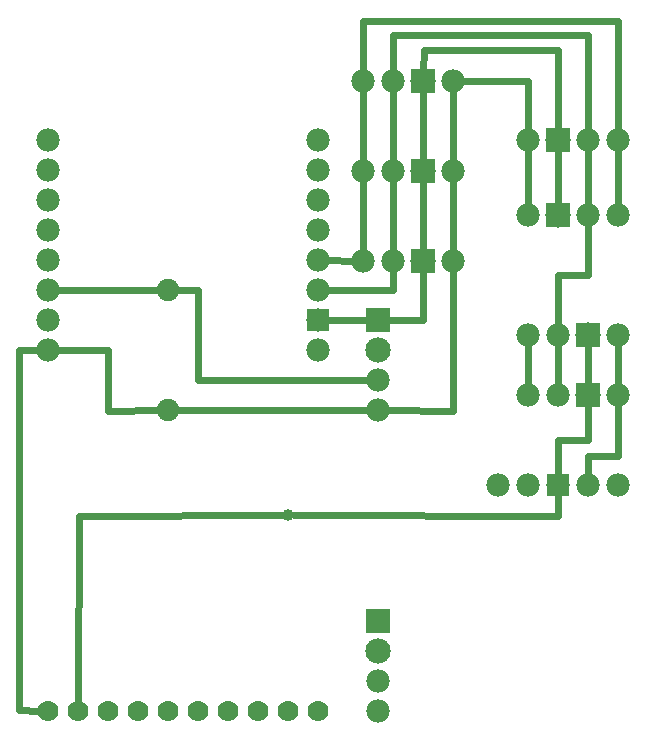
<source format=gbl>
G04 MADE WITH FRITZING*
G04 WWW.FRITZING.ORG*
G04 DOUBLE SIDED*
G04 HOLES PLATED*
G04 CONTOUR ON CENTER OF CONTOUR VECTOR*
%ASAXBY*%
%FSLAX23Y23*%
%MOIN*%
%OFA0B0*%
%SFA1.0B1.0*%
%ADD10C,0.070000*%
%ADD11C,0.078000*%
%ADD12C,0.084141*%
%ADD13C,0.075000*%
%ADD14C,0.077778*%
%ADD15C,0.039370*%
%ADD16R,0.083333X0.083333*%
%ADD17R,0.084375X0.084375*%
%ADD18R,0.077778X0.077778*%
%ADD19R,0.078000X0.078000*%
%ADD20C,0.024000*%
%LNCOPPER0*%
G90*
G70*
G54D10*
X1256Y146D03*
X1156Y146D03*
X1056Y146D03*
X956Y146D03*
X856Y146D03*
X756Y146D03*
X656Y146D03*
X556Y146D03*
X456Y146D03*
X356Y146D03*
G54D11*
X1456Y446D03*
G54D12*
X1456Y346D03*
G54D11*
X1456Y246D03*
X1456Y146D03*
G54D13*
X756Y1547D03*
X756Y1147D03*
G54D11*
X1956Y1797D03*
G54D12*
X2056Y1797D03*
G54D11*
X2156Y1797D03*
X2256Y1797D03*
X1956Y2047D03*
G54D12*
X2056Y2047D03*
G54D11*
X2156Y2047D03*
X2256Y2047D03*
X2256Y1397D03*
G54D12*
X2156Y1397D03*
G54D11*
X2056Y1397D03*
X1956Y1397D03*
X1706Y1946D03*
G54D12*
X1606Y1946D03*
G54D11*
X1506Y1946D03*
X1406Y1946D03*
X1706Y1646D03*
G54D12*
X1606Y1646D03*
G54D11*
X1506Y1646D03*
X1406Y1646D03*
X1706Y2246D03*
G54D12*
X1606Y2246D03*
G54D11*
X1506Y2246D03*
X1406Y2246D03*
X2256Y1197D03*
G54D12*
X2156Y1197D03*
G54D11*
X2056Y1197D03*
X1956Y1197D03*
X1456Y1447D03*
G54D12*
X1456Y1347D03*
G54D11*
X1456Y1247D03*
X1456Y1147D03*
G54D14*
X356Y2047D03*
X356Y1947D03*
X356Y1847D03*
X356Y1747D03*
X356Y1647D03*
X356Y1547D03*
X356Y1447D03*
X356Y1347D03*
X1256Y1347D03*
X1256Y1447D03*
X1256Y1547D03*
X1256Y1647D03*
X1256Y1747D03*
X1256Y1847D03*
X1256Y1947D03*
X1256Y2047D03*
G54D11*
X2256Y897D03*
X2156Y897D03*
X2056Y897D03*
X1956Y897D03*
X1856Y897D03*
G54D15*
X1156Y797D03*
G54D16*
X1456Y446D03*
G54D17*
X2056Y1797D03*
X2056Y2047D03*
X2155Y1397D03*
X1606Y1946D03*
X1606Y1646D03*
X1606Y2246D03*
X2155Y1197D03*
G54D16*
X1456Y1447D03*
G54D18*
X1256Y1447D03*
G54D19*
X2056Y897D03*
G54D20*
X1137Y797D02*
X457Y796D01*
D02*
X457Y796D02*
X456Y177D01*
D02*
X258Y147D02*
X325Y146D01*
D02*
X258Y1347D02*
X258Y147D01*
D02*
X326Y1347D02*
X258Y1347D01*
D02*
X1606Y1915D02*
X1606Y1678D01*
D02*
X1706Y1916D02*
X1706Y1676D01*
D02*
X1506Y1916D02*
X1506Y1676D01*
D02*
X1406Y1916D02*
X1406Y1676D01*
D02*
X1406Y2216D02*
X1406Y1976D01*
D02*
X1506Y2216D02*
X1506Y1976D01*
D02*
X1606Y2215D02*
X1606Y1978D01*
D02*
X1706Y2216D02*
X1706Y1976D01*
D02*
X2055Y2347D02*
X1607Y2347D01*
D02*
X1607Y2347D02*
X1606Y2278D01*
D02*
X2056Y2079D02*
X2055Y2347D01*
D02*
X1505Y2398D02*
X1506Y2276D01*
D02*
X2156Y2398D02*
X1505Y2398D01*
D02*
X2156Y2077D02*
X2156Y2398D01*
D02*
X2056Y1829D02*
X2056Y2015D01*
D02*
X1405Y2446D02*
X1406Y2276D01*
D02*
X2255Y2446D02*
X1405Y2446D01*
D02*
X2256Y2077D02*
X2255Y2446D01*
D02*
X1956Y1827D02*
X1956Y2017D01*
D02*
X1956Y2246D02*
X1956Y2077D01*
D02*
X1736Y2246D02*
X1956Y2246D01*
D02*
X2156Y1827D02*
X2156Y2017D01*
D02*
X2256Y1827D02*
X2256Y2017D01*
D02*
X2156Y1597D02*
X2156Y1767D01*
D02*
X2056Y1597D02*
X2156Y1597D01*
D02*
X2056Y1427D02*
X2056Y1597D01*
D02*
X855Y1247D02*
X855Y1548D01*
D02*
X855Y1548D02*
X784Y1547D01*
D02*
X1426Y1247D02*
X855Y1247D01*
D02*
X1426Y1147D02*
X784Y1147D01*
D02*
X1606Y1447D02*
X1486Y1447D01*
D02*
X1606Y1615D02*
X1606Y1447D01*
D02*
X1706Y1146D02*
X1486Y1147D01*
D02*
X1706Y1616D02*
X1706Y1146D01*
D02*
X2256Y1367D02*
X2256Y1227D01*
D02*
X2156Y1365D02*
X2156Y1229D01*
D02*
X2056Y1227D02*
X2056Y1367D01*
D02*
X1956Y1227D02*
X1956Y1367D01*
D02*
X1505Y1548D02*
X1285Y1547D01*
D02*
X1506Y1616D02*
X1505Y1548D01*
D02*
X1376Y1646D02*
X1285Y1647D01*
D02*
X555Y1146D02*
X727Y1147D01*
D02*
X555Y1347D02*
X555Y1146D01*
D02*
X385Y1347D02*
X555Y1347D01*
D02*
X385Y1547D02*
X727Y1547D01*
D02*
X2156Y1047D02*
X2054Y1047D01*
D02*
X2054Y1047D02*
X2055Y927D01*
D02*
X2156Y1165D02*
X2156Y1047D01*
D02*
X2256Y1167D02*
X2255Y995D01*
D02*
X2255Y995D02*
X2156Y995D01*
D02*
X2156Y995D02*
X2156Y927D01*
D02*
X1426Y1447D02*
X1285Y1447D01*
D02*
X1175Y797D02*
X2056Y796D01*
D02*
X2056Y796D02*
X2056Y867D01*
G04 End of Copper0*
M02*
</source>
